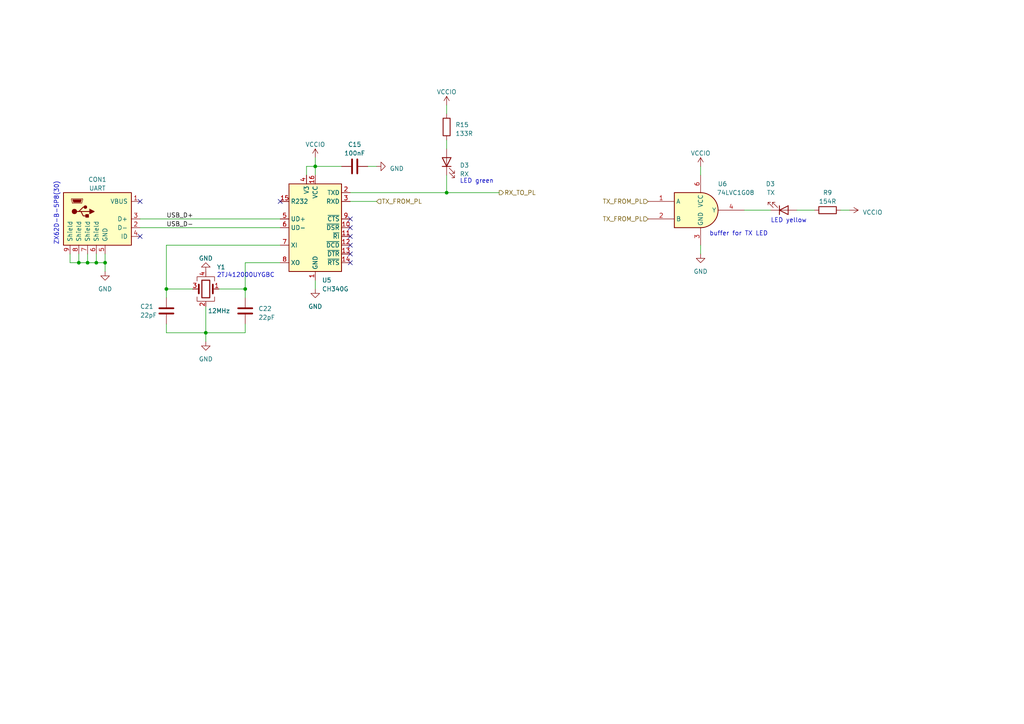
<source format=kicad_sch>
(kicad_sch (version 20230121) (generator eeschema)
  (paper "A4")
  (title_block (title "MicroZed development carrier board") (date "2023-08-19") (rev "4") (comment 1 "               License: Creative Commons Zero") (comment 3 "               (c) 2023 Viktor Nikolov"))
  (lib_symbols
    (symbol "Device:C" (pin_numbers hide) (pin_names (offset 0.254))
      (property "Reference" "C" (at 0.635 2.54 0))
      (property "Value" "C" (at 0.635 -2.54 0))
      (symbol "C_0_1"
        (polyline (pts (xy -2.032 -0.762) (xy 2.032 -0.762)) (stroke (width 0.508)))
        (polyline (pts (xy -2.032 0.762) (xy 2.032 0.762)) (stroke (width 0.508)))
      )
      (symbol "C_1_1"
        (pin passive line (at 0 3.81 270) (length 2.794) (name "~") (number "1"))
        (pin passive line (at 0 -3.81 90) (length 2.794) (name "~") (number "2"))
      )
    )
    (symbol "Device:Crystal_GND24" (pin_names (offset 1.016) hide)
      (property "Reference" "Y" (at 3.175 5.08 0))
      (property "Value" "Crystal_GND24" (at 3.175 3.175 0))
      (symbol "Crystal_GND24_0_1"
        (rectangle (start -1.143 2.54) (end 1.143 -2.54) (stroke (width 0.3048)))
        (polyline (pts (xy -2.54 0) (xy -2.032 0)))
        (polyline (pts (xy -2.032 -1.27) (xy -2.032 1.27)) (stroke (width 0.508)))
        (polyline (pts (xy 0 -3.81) (xy 0 -3.556)))
        (polyline (pts (xy 0 3.556) (xy 0 3.81)))
        (polyline (pts (xy 2.032 -1.27) (xy 2.032 1.27)) (stroke (width 0.508)))
        (polyline (pts (xy 2.032 0) (xy 2.54 0)))
        (polyline (pts (xy -2.54 -2.286) (xy -2.54 -3.556) (xy 2.54 -3.556) (xy 2.54 -2.286)))
        (polyline (pts (xy -2.54 2.286) (xy -2.54 3.556) (xy 2.54 3.556) (xy 2.54 2.286)))
      )
      (symbol "Crystal_GND24_1_1"
        (pin passive line (at -3.81 0 0) (length 1.27) (name "1") (number "1"))
        (pin passive line (at 0 5.08 270) (length 1.27) (name "2") (number "2"))
        (pin passive line (at 3.81 0 180) (length 1.27) (name "3") (number "3"))
        (pin passive line (at 0 -5.08 90) (length 1.27) (name "4") (number "4"))
      )
    )
    (symbol "Device:LED" (pin_numbers hide) (pin_names (offset 1.016) hide)
      (property "Reference" "D" (at 0 2.54 0))
      (property "Value" "LED" (at 0 -2.54 0))
      (symbol "LED_0_1"
        (polyline (pts (xy -1.27 -1.27) (xy -1.27 1.27)) (stroke (width 0.254)))
        (polyline (pts (xy -1.27 0) (xy 1.27 0)))
        (polyline (pts (xy 1.27 -1.27) (xy 1.27 1.27) (xy -1.27 0) (xy 1.27 -1.27)) (stroke (width 0.254)))
        (polyline (pts (xy -3.048 -0.762) (xy -4.572 -2.286) (xy -3.81 -2.286) (xy -4.572 -2.286) (xy -4.572 -1.524)))
        (polyline (pts (xy -1.778 -0.762) (xy -3.302 -2.286) (xy -2.54 -2.286) (xy -3.302 -2.286) (xy -3.302 -1.524)))
      )
      (symbol "LED_1_1"
        (pin passive line (at -3.81 0 0) (length 2.54) (name "K") (number "1"))
        (pin passive line (at 3.81 0 180) (length 2.54) (name "A") (number "2"))
      )
    )
    (symbol "Device:R" (pin_numbers hide) (pin_names (offset 0))
      (property "Reference" "R" (at 2.032 0 90))
      (property "Value" "R" (at 0 0 90))
      (symbol "R_0_1"
        (rectangle (start -1.016 -2.54) (end 1.016 2.54) (stroke (width 0.254)))
      )
      (symbol "R_1_1"
        (pin passive line (at 0 3.81 270) (length 1.27) (name "~") (number "1"))
        (pin passive line (at 0 -3.81 90) (length 1.27) (name "~") (number "2"))
      )
    )
    (symbol "Interface_USB:CH340G"
      (property "Reference" "U" (at -5.08 13.97 0))
      (property "Value" "CH340G" (at 1.27 13.97 0))
      (symbol "CH340G_0_1"
        (rectangle (start -7.62 12.7) (end 7.62 -12.7) (stroke (width 0.254)) (fill (type background)))
      )
      (symbol "CH340G_1_1"
        (pin power_in line (at 0 -15.24 90) (length 2.54) (name "GND") (number "1"))
        (pin input line (at 10.16 0 180) (length 2.54) (name "~{DSR}") (number "10"))
        (pin input line (at 10.16 -2.54 180) (length 2.54) (name "~{RI}") (number "11"))
        (pin input line (at 10.16 -5.08 180) (length 2.54) (name "~{DCD}") (number "12"))
        (pin output line (at 10.16 -7.62 180) (length 2.54) (name "~{DTR}") (number "13"))
        (pin output line (at 10.16 -10.16 180) (length 2.54) (name "~{RTS}") (number "14"))
        (pin input line (at -10.16 7.62 0) (length 2.54) (name "R232") (number "15"))
        (pin power_in line (at 0 15.24 270) (length 2.54) (name "VCC") (number "16"))
        (pin output line (at 10.16 10.16 180) (length 2.54) (name "TXD") (number "2"))
        (pin input line (at 10.16 7.62 180) (length 2.54) (name "RXD") (number "3"))
        (pin passive line (at -2.54 15.24 270) (length 2.54) (name "V3") (number "4"))
        (pin bidirectional line (at -10.16 2.54 0) (length 2.54) (name "UD+") (number "5"))
        (pin bidirectional line (at -10.16 0 0) (length 2.54) (name "UD-") (number "6"))
        (pin input line (at -10.16 -5.08 0) (length 2.54) (name "XI") (number "7"))
        (pin output line (at -10.16 -10.16 0) (length 2.54) (name "XO") (number "8"))
        (pin input line (at 10.16 2.54 180) (length 2.54) (name "~{CTS}") (number "9"))
      )
    )
    (symbol "Viktor_symbols:74LVC1G08_X1-DFN1010-6"
      (property "Reference" "U" (at -5.08 7.62 0))
      (property "Value" "74LVC1G08" (at 7.62 -7.62 0))
      (symbol "74LVC1G08_X1-DFN1010-6_0_1"
        (arc (start 0 -5.08) (mid 5.0579 0) (end 0 5.08) (stroke (width 0.254)) (fill (type background)))
        (polyline (pts (xy 0 -5.08) (xy -7.62 -5.08) (xy -7.62 5.08) (xy 0 5.08)) (stroke (width 0.254)) (fill (type background)))
      )
      (symbol "74LVC1G08_X1-DFN1010-6_1_0"
        (pin power_in line (at 0 10.16 270) (length 5.08) (name "VCC") (number "6"))
      )
      (symbol "74LVC1G08_X1-DFN1010-6_1_1"
        (pin input line (at -15.24 2.54 0) (length 7.62) (name "A") (number "1"))
        (pin input line (at -15.24 -2.54 0) (length 7.62) (name "B") (number "2"))
        (pin power_in line (at 0 -10.16 90) (length 5.08) (name "GND") (number "3"))
        (pin output line (at 12.7 0 180) (length 7.62) (name "Y") (number "4"))
        (pin no_connect line (at 2.54 10.16 270) (length 2.54) hide (name "~") (number "5"))
      )
    )
    (symbol "Viktor_symbols:USB_B_Micro_ZX62D-B-5P830" (pin_names (offset 1.016))
      (property "Reference" "J" (at -5.08 11.43 0))
      (property "Value" "USB_B_Micro" (at -5.08 8.89 0))
      (symbol "USB_B_Micro_ZX62D-B-5P830_0_1"
        (rectangle (start -6.985 7.62) (end 12.7 -7.62) (stroke (width 0.254)) (fill (type background)))
        (circle (center -3.81 2.159) (radius 0.635) (stroke (width 0.254)) (fill (type outline)))
        (circle (center -0.635 3.429) (radius 0.381) (stroke (width 0.254)) (fill (type outline)))
        (polyline (pts (xy -1.905 2.159) (xy 0.635 2.159)) (stroke (width 0.254)))
        (polyline (pts (xy -3.175 2.159) (xy -2.54 2.159) (xy -1.27 3.429) (xy -0.635 3.429)) (stroke (width 0.254)))
        (polyline (pts (xy -2.54 2.159) (xy -1.905 2.159) (xy -1.27 0.889) (xy 0 0.889)) (stroke (width 0.254)))
        (polyline (pts (xy 0.635 2.794) (xy 0.635 1.524) (xy 1.905 2.159) (xy 0.635 2.794)) (stroke (width 0.254)) (fill (type outline)))
        (polyline (pts (xy -4.318 5.588) (xy -1.778 5.588) (xy -2.032 4.826) (xy -4.064 4.826) (xy -4.318 5.588)) (fill (type outline)))
        (polyline (pts (xy -4.699 5.842) (xy -4.699 5.588) (xy -4.445 4.826) (xy -4.445 4.572) (xy -1.651 4.572) (xy -1.651 4.826) (xy -1.397 5.588) (xy -1.397 5.842) (xy -4.699 5.842)))
        (rectangle (start 0.254 1.27) (end -0.508 0.508) (stroke (width 0.254)) (fill (type outline)))
      )
      (symbol "USB_B_Micro_ZX62D-B-5P830_1_1"
        (pin power_out line (at 15.24 5.08 180) (length 2.54) (name "VBUS") (number "1"))
        (pin bidirectional line (at 15.24 -2.54 180) (length 2.54) (name "D-") (number "2"))
        (pin bidirectional line (at 15.24 0 180) (length 2.54) (name "D+") (number "3"))
        (pin passive line (at 15.24 -5.08 180) (length 2.54) (name "ID") (number "4"))
        (pin power_out line (at 5.08 -10.16 90) (length 2.54) (name "GND") (number "5"))
        (pin power_out line (at 2.54 -10.16 90) (length 2.54) (name "Shield") (number "6"))
        (pin power_out line (at 0 -10.16 90) (length 2.54) (name "Shield") (number "7"))
        (pin power_out line (at -2.54 -10.16 90) (length 2.54) (name "Shield") (number "8"))
        (pin power_out line (at -5.08 -10.16 90) (length 2.54) (name "Shield") (number "9"))
      )
    )
    (symbol "Viktor_symbols:VCCIO" (power) (pin_names (offset 0))
      (property "Value" "VCCIO" (at 0 3.81 0))
      (symbol "VCCIO_0_1"
        (polyline (pts (xy -0.762 1.27) (xy 0 2.54)))
        (polyline (pts (xy 0 0) (xy 0 2.54)))
        (polyline (pts (xy 0 2.54) (xy 0.762 1.27)))
      )
      (symbol "VCCIO_1_1"
        (pin power_in line (at 0 0 90) (length 0) hide (name "VCCIO") (number "1"))
      )
    )
    (symbol "power:GND" (power) (pin_names (offset 0))
      (property "Value" "GND" (at 0 -3.81 0))
      (symbol "GND_0_1"
        (polyline (pts (xy 0 0) (xy 0 -1.27) (xy 1.27 -1.27) (xy 0 -2.54) (xy -1.27 -1.27) (xy 0 -1.27)))
      )
      (symbol "GND_1_1"
        (pin power_in line (at 0 0 270) (length 0) hide (name "GND") (number "1"))
      )
    )
  )
  (junction (at 22.86 76.2))
  (junction (at 129.54 55.88))
  (junction (at 59.69 96.52))
  (junction (at 30.48 76.2))
  (junction (at 71.12 83.82))
  (junction (at 25.4 76.2))
  (junction (at 48.26 83.82))
  (junction (at 27.94 76.2))
  (junction (at 91.44 48.26))
  (no_connect (at 40.64 68.58))
  (no_connect (at 101.6 71.12))
  (no_connect (at 101.6 63.5))
  (no_connect (at 101.6 66.04))
  (no_connect (at 101.6 73.66))
  (no_connect (at 81.28 58.42))
  (no_connect (at 101.6 68.58))
  (no_connect (at 101.6 76.2))
  (no_connect (at 40.64 58.42))
  (wire (pts (xy 203.2 48.26) (xy 203.2 50.8)))
  (wire (pts (xy 91.44 45.72) (xy 91.44 48.26)))
  (wire (pts (xy 231.14 60.96) (xy 236.22 60.96)))
  (wire (pts (xy 22.86 73.66) (xy 22.86 76.2)))
  (wire (pts (xy 129.54 30.48) (xy 129.54 33.02)))
  (wire (pts (xy 20.32 73.66) (xy 20.32 76.2)))
  (wire (pts (xy 91.44 48.26) (xy 99.06 48.26)))
  (wire (pts (xy 40.64 66.04) (xy 81.28 66.04)))
  (wire (pts (xy 243.84 60.96) (xy 246.38 60.96)))
  (wire (pts (xy 91.44 81.28) (xy 91.44 83.82)))
  (wire (pts (xy 101.6 58.42) (xy 109.22 58.42)))
  (wire (pts (xy 40.64 63.5) (xy 81.28 63.5)))
  (wire (pts (xy 25.4 73.66) (xy 25.4 76.2)))
  (wire (pts (xy 30.48 73.66) (xy 30.48 76.2)))
  (wire (pts (xy 59.69 96.52) (xy 59.69 99.06)))
  (wire (pts (xy 25.4 76.2) (xy 22.86 76.2)))
  (wire (pts (xy 22.86 76.2) (xy 20.32 76.2)))
  (wire (pts (xy 59.69 96.52) (xy 71.12 96.52)))
  (wire (pts (xy 27.94 73.66) (xy 27.94 76.2)))
  (wire (pts (xy 106.68 48.26) (xy 109.22 48.26)))
  (wire (pts (xy 48.26 83.82) (xy 48.26 71.12)))
  (wire (pts (xy 48.26 96.52) (xy 59.69 96.52)))
  (wire (pts (xy 59.69 88.9) (xy 59.69 96.52)))
  (wire (pts (xy 71.12 93.98) (xy 71.12 96.52)))
  (wire (pts (xy 30.48 76.2) (xy 27.94 76.2)))
  (wire (pts (xy 48.26 93.98) (xy 48.26 96.52)))
  (wire (pts (xy 88.9 48.26) (xy 91.44 48.26)))
  (wire (pts (xy 27.94 76.2) (xy 25.4 76.2)))
  (wire (pts (xy 129.54 40.64) (xy 129.54 43.18)))
  (wire (pts (xy 215.9 60.96) (xy 223.52 60.96)))
  (wire (pts (xy 88.9 50.8) (xy 88.9 48.26)))
  (wire (pts (xy 48.26 83.82) (xy 55.88 83.82)))
  (wire (pts (xy 71.12 76.2) (xy 81.28 76.2)))
  (wire (pts (xy 48.26 71.12) (xy 81.28 71.12)))
  (wire (pts (xy 30.48 76.2) (xy 30.48 78.74)))
  (wire (pts (xy 71.12 83.82) (xy 71.12 76.2)))
  (wire (pts (xy 129.54 50.8) (xy 129.54 55.88)))
  (wire (pts (xy 91.44 48.26) (xy 91.44 50.8)))
  (wire (pts (xy 63.5 83.82) (xy 71.12 83.82)))
  (wire (pts (xy 71.12 83.82) (xy 71.12 86.36)))
  (wire (pts (xy 48.26 86.36) (xy 48.26 83.82)))
  (wire (pts (xy 203.2 71.12) (xy 203.2 73.66)))
  (wire (pts (xy 129.54 55.88) (xy 144.78 55.88)))
  (wire (pts (xy 101.6 55.88) (xy 129.54 55.88)))
  (text "ZX62D-B-5P8(30)" (at 17.145 71.12 90) (effects (font (size 1.27 1.27)) (justify left bottom)))
  (text "buffer for TX LED" (at 205.74 68.58 0) (effects (font (size 1.27 1.27)) (justify left bottom)))
  (text "LED green" (at 133.35 53.34 0) (effects (font (size 1.27 1.27)) (justify left bottom)))
  (text "2TJ412000UYGBC" (at 62.865 80.645 0) (effects (font (size 1.27 1.27)) (justify left bottom)))
  (text "LED yellow" (at 223.52 64.77 0) (effects (font (size 1.27 1.27)) (justify left bottom)))
  (label "USB_D+" (at 48.26 63.5 0))
  (label "USB_D-" (at 48.26 66.04 0))
  (hierarchical_label "TX_FROM_PL" (shape input) (at 187.96 58.42 180))
  (hierarchical_label "TX_FROM_PL" (shape input) (at 109.22 58.42 0))
  (hierarchical_label "RX_TO_PL" (shape output) (at 144.78 55.88 0))
  (hierarchical_label "TX_FROM_PL" (shape input) (at 187.96 63.5 180))
  (symbol (lib_id "Device:Crystal_GND24") (at 59.69 83.82 180) (unit 1)
    (property "Reference" "Y1" (at 64.135 77.47 0))
    (property "Value" "12MHz" (at 63.5 90.17 0))
    (property "Footprint" "Viktor:Crystal SMD2520-4P" (effects hide))
    (property "LCSC" "C2149206" (effects hide))
  )
  (symbol (lib_id "power:GND") (at 59.69 78.74 180) (unit 1)
    (property "Reference" "#PWR0141" (effects hide))
    (property "Value" "GND" (at 59.69 74.93 0))
  )
  (symbol (lib_id "power:GND") (at 91.44 83.82 0) (unit 1)
    (property "Reference" "#PWR024" (effects hide))
    (property "Value" "GND" (at 91.44 88.9 0))
  )
  (symbol (lib_id "Device:R") (at 129.54 36.83 0) (unit 1)
    (property "Reference" "R15" (at 132.08 36.195 0) (effects (justify left)))
    (property "Value" "133R" (at 132.08 38.735 0) (effects (justify left)))
    (property "Footprint" "Resistor_SMD:R_0402_1005Metric" (effects hide))
    (property "LCSC" "C4326496" (effects hide))
  )
  (symbol (lib_id "Viktor_symbols:USB_B_Micro_ZX62D-B-5P830") (at 25.4 63.5 0) (unit 1)
    (property "Reference" "CON1" (at 28.2575 52.07 0))
    (property "Value" "UART" (at 28.2575 54.61 0))
    (property "Footprint" "Viktor:MICRO-USB-SMD_HRS-ZX62D-B-5P830" (effects hide))
    (property "Datasheet" "https://cz.mouser.com/ProductDetail/Hirose-Connector/ZX62D-B-5P830?qs=1Nn7v2rJFSJv6upTGKoMrA%3D%3D&gclid=CjwKCAjw8-OhBhB5EiwADyoY1WOGXJMmZH3hlvZtwC0nj-LUHA4uX4vVXE0ki98RAgrq_Odpqwb1VBoCO_kQAvD_BwE" (effects hide))
    (property "LCSC" "C719023" (effects hide))
    (instances (project "MicroZed_carrier_board_v4" (path "" (reference "CON1") (unit 1)) (path "" (reference "CON2") (unit 1))))
  )
  (symbol (lib_id "Viktor_symbols:74LVC1G08_X1-DFN1010-6") (at 203.2 60.96 0) (unit 1)
    (property "Reference" "U6" (at 209.55 53.34 0))
    (property "Value" "74LVC1G08" (at 213.36 55.88 0))
    (property "Footprint" "Viktor:X1-DFN1010-6_L1.0-W1.0-P0.35-BL" (effects hide))
    (property "Datasheet" "https://www.diodes.com/assets/Datasheets/74LVC1G08.pdf" (effects hide))
    (property "LCSC" "C150443" (effects hide))
  )
  (symbol (lib_id "Device:C") (at 48.26 90.17 0) (unit 1)
    (property "Reference" "C21" (at 40.64 88.9 0) (effects (justify left)))
    (property "Value" "22pF" (at 40.64 91.44 0) (effects (justify left)))
    (property "Footprint" "Capacitor_SMD:C_0402_1005Metric" (effects hide))
    (property "LCSC" "C881987" (effects hide))
  )
  (symbol (lib_id "power:GND") (at 30.48 78.74 0) (unit 1)
    (property "Reference" "#PWR07" (effects hide))
    (property "Value" "GND" (at 30.48 83.82 0))
    (instances (project "MicroZed_carrier_board_v4" (path "" (reference "#PWR07") (unit 1)) (path "" (reference "#PWR022") (unit 1))))
  )
  (symbol (lib_id "Device:C") (at 71.12 90.17 0) (unit 1)
    (property "Reference" "C22" (at 74.93 89.535 0) (effects (justify left)))
    (property "Value" "22pF" (at 74.93 92.075 0) (effects (justify left)))
    (property "Footprint" "Capacitor_SMD:C_0402_1005Metric" (effects hide))
    (property "LCSC" "C881987" (effects hide))
  )
  (symbol (lib_id "power:GND") (at 203.2 73.66 0) (unit 1)
    (property "Reference" "#PWR0144" (effects hide))
    (property "Value" "GND" (at 203.2 78.74 0))
  )
  (symbol (lib_id "Device:C") (at 102.87 48.26 270) (mirror x) (unit 1)
    (property "Reference" "C15" (at 102.87 41.91 90))
    (property "Value" "100nF" (at 102.87 44.45 90))
    (property "Footprint" "Capacitor_SMD:C_0603_1608Metric" (effects hide))
    (property "LCSC" "C66501" (effects hide))
    (instances (project "MicroZed_carrier_board_v4" (path "" (reference "C15") (unit 1)) (path "" (reference "C19") (unit 1))))
  )
  (symbol (lib_id "power:GND") (at 59.69 99.06 0) (unit 1)
    (property "Reference" "#PWR0142" (effects hide))
    (property "Value" "GND" (at 59.69 104.14 0))
  )
  (symbol (lib_id "Viktor_symbols:VCCIO") (at 203.2 48.26 0) (unit 1)
    (property "Reference" "#PWR06" (effects hide))
    (property "Value" "VCCIO" (at 203.2 44.45 0))
    (instances (project "MicroZed_carrier_board_v4" (path "" (reference "#PWR06") (unit 1)) (path "" (reference "#PWR090") (unit 1)) (path "" (reference "#PWR0145") (unit 1))))
  )
  (symbol (lib_id "Viktor_symbols:VCCIO") (at 129.54 30.48 0) (unit 1)
    (property "Reference" "#PWR06" (effects hide))
    (property "Value" "VCCIO" (at 129.54 26.67 0))
    (instances (project "MicroZed_carrier_board_v4" (path "" (reference "#PWR06") (unit 1)) (path "" (reference "#PWR090") (unit 1)) (path "" (reference "#PWR0143") (unit 1))))
  )
  (symbol (lib_id "Device:LED") (at 227.33 60.96 0) (mirror x) (unit 1)
    (property "Reference" "D3" (at 224.79 53.34 0) (effects (justify right)))
    (property "Value" "TX" (at 224.79 55.88 0) (effects (justify right)))
    (property "Footprint" "LED_SMD:LED_0603_1608Metric" (effects hide))
    (property "LCSC" "C5151485" (effects hide))
    (instances (project "MicroZed_carrier_board_v4" (path "" (reference "D3") (unit 1)) (path "" (reference "D7") (unit 1))))
  )
  (symbol (lib_id "Viktor_symbols:VCCIO") (at 91.44 45.72 0) (unit 1)
    (property "Reference" "#PWR06" (effects hide))
    (property "Value" "VCCIO" (at 91.44 41.91 0))
    (instances (project "MicroZed_carrier_board_v4" (path "" (reference "#PWR06") (unit 1)) (path "" (reference "#PWR090") (unit 1)) (path "" (reference "#PWR032") (unit 1))))
  )
  (symbol (lib_id "Viktor_symbols:VCCIO") (at 246.38 60.96 270) (unit 1)
    (property "Reference" "#PWR06" (effects hide))
    (property "Value" "VCCIO" (at 250.19 61.595 90) (effects (justify left)))
    (instances (project "MicroZed_carrier_board_v4" (path "" (reference "#PWR06") (unit 1)) (path "" (reference "#PWR090") (unit 1)) (path "" (reference "#PWR0146") (unit 1))))
  )
  (symbol (lib_id "Device:R") (at 240.03 60.96 270) (unit 1)
    (property "Reference" "R9" (at 240.03 55.88 90))
    (property "Value" "154R" (at 240.03 58.42 90))
    (property "Footprint" "Resistor_SMD:R_0603_1608Metric" (effects hide))
    (property "LCSC" "C365385" (effects hide))
    (instances (project "MicroZed_carrier_board_v4" (path "" (reference "R9") (unit 1)) (path "" (reference "R24") (unit 1))))
  )
  (symbol (lib_id "power:GND") (at 109.22 48.26 90) (unit 1)
    (property "Reference" "#PWR0139" (effects hide))
    (property "Value" "GND" (at 113.03 48.895 90) (effects (justify right)))
  )
  (symbol (lib_id "Interface_USB:CH340G") (at 91.44 66.04 0) (unit 1)
    (property "Reference" "U5" (at 93.3959 81.28 0) (effects (justify left)))
    (property "Value" "CH340G" (at 93.3959 83.82 0) (effects (justify left)))
    (property "Footprint" "Package_SO:SOP-16_3.9x9.9mm_P1.27mm" (effects hide))
    (property "Datasheet" "https://cdn.sparkfun.com/datasheets/Dev/Arduino/Other/CH340DS1.PDF" (effects hide))
    (property "LCSC" "C14267" (effects hide))
    (property "JLCPCB Rotation Offset" "270" (effects hide))
  )
  (symbol (lib_id "Device:LED") (at 129.54 46.99 90) (unit 1)
    (property "Reference" "D3" (at 133.35 47.9425 90) (effects (justify right)))
    (property "Value" "RX" (at 133.35 50.4825 90) (effects (justify right)))
    (property "Footprint" "LED_SMD:LED_0603_1608Metric" (effects hide))
    (property "LCSC" "C2833058" (effects hide))
    (instances (project "MicroZed_carrier_board_v4" (path "" (reference "D3") (unit 1)) (path "" (reference "D6") (unit 1))))
  )
)
</source>
